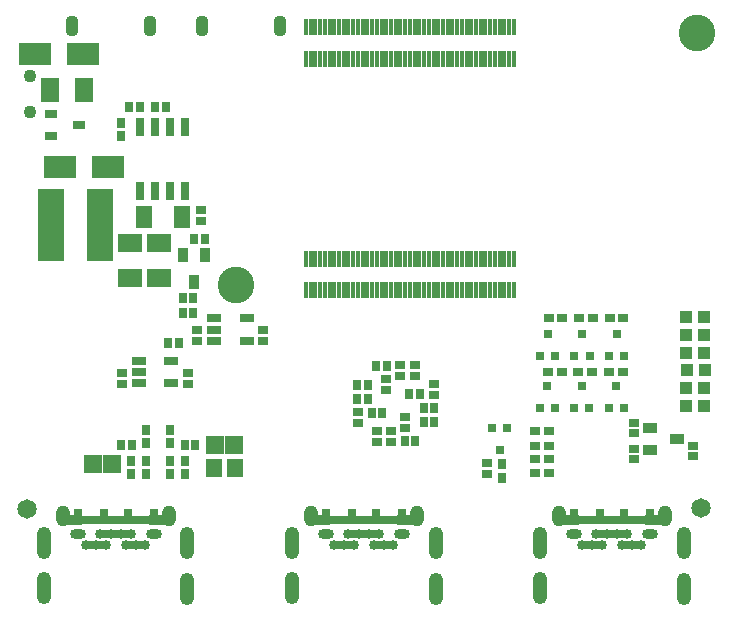
<source format=gbs>
G04*
G04 #@! TF.GenerationSoftware,Altium Limited,Altium Designer,19.0.15 (446)*
G04*
G04 Layer_Color=16711935*
%FSLAX42Y42*%
%MOMM*%
G71*
G01*
G75*
%ADD72R,1.30X0.70*%
%ADD81R,0.80X0.84*%
%ADD82R,0.95X0.80*%
%ADD83R,0.84X0.80*%
%ADD87R,0.80X0.95*%
%ADD109R,0.85X1.15*%
%ADD120R,1.50X1.60*%
%ADD122C,1.65*%
%ADD123C,1.10*%
%ADD124C,0.85*%
%ADD125O,1.35X0.85*%
%ADD126C,0.80*%
%ADD127O,1.20X1.80*%
%ADD128O,1.20X2.76*%
%ADD129O,1.10X1.80*%
%ADD130C,3.10*%
%ADD163R,1.40X0.90*%
%ADD164R,0.75X0.20*%
%ADD165R,2.40X0.70*%
%ADD166R,1.15X0.80*%
%ADD167R,1.00X1.00*%
%ADD168R,1.35X1.90*%
%ADD169R,2.00X1.50*%
%ADD170R,2.20X6.20*%
%ADD171R,0.80X1.65*%
%ADD172R,2.70X1.90*%
%ADD173R,1.50X2.00*%
%ADD174R,1.10X0.80*%
%ADD175R,0.80X0.75*%
%ADD176R,1.15X0.85*%
%ADD177R,0.70X0.50*%
%ADD178R,0.55X0.80*%
%ADD179R,1.35X1.55*%
%ADD180R,0.40X1.34*%
D72*
X735Y-4515D02*
D03*
X1065D02*
D03*
X3165D02*
D03*
X2835D02*
D03*
X5265D02*
D03*
X4935D02*
D03*
D81*
X1434Y-2810D02*
D03*
X1346D02*
D03*
X1554Y-2431D02*
D03*
X1466D02*
D03*
X1554Y-2550D02*
D03*
X1466D02*
D03*
X1654Y-1930D02*
D03*
X1566D02*
D03*
X1324Y-810D02*
D03*
X1236D02*
D03*
X1016D02*
D03*
X1104D02*
D03*
X3034Y-3160D02*
D03*
X2946D02*
D03*
X3194Y-3000D02*
D03*
X3106D02*
D03*
X3346Y-3640D02*
D03*
X3434D02*
D03*
X3506Y-3360D02*
D03*
X3594D02*
D03*
X3034Y-3280D02*
D03*
X2946D02*
D03*
X3594Y-3480D02*
D03*
X3506D02*
D03*
X3154Y-3400D02*
D03*
X3066D02*
D03*
X3474Y-3240D02*
D03*
X3386D02*
D03*
X946Y-3670D02*
D03*
X1034D02*
D03*
X1486D02*
D03*
X1574D02*
D03*
D82*
X5197Y-2599D02*
D03*
X5083D02*
D03*
X4938D02*
D03*
X4822D02*
D03*
X4680D02*
D03*
X4565D02*
D03*
X4675Y-3050D02*
D03*
X4560D02*
D03*
X4933D02*
D03*
X4817D02*
D03*
X5195D02*
D03*
X5080D02*
D03*
X4450Y-3556D02*
D03*
X4565D02*
D03*
X4567Y-3907D02*
D03*
X4453D02*
D03*
X4567Y-3676D02*
D03*
X4453D02*
D03*
Y-3790D02*
D03*
X4567D02*
D03*
D83*
X5791Y-3764D02*
D03*
Y-3676D02*
D03*
X953Y-3064D02*
D03*
Y-3152D02*
D03*
X1513Y-3064D02*
D03*
Y-3152D02*
D03*
X1590Y-2789D02*
D03*
Y-2701D02*
D03*
X2150Y-2789D02*
D03*
Y-2701D02*
D03*
X1620Y-1686D02*
D03*
Y-1774D02*
D03*
X2950Y-3396D02*
D03*
Y-3484D02*
D03*
X3430Y-3084D02*
D03*
Y-2996D02*
D03*
X3110Y-3556D02*
D03*
Y-3644D02*
D03*
X5290Y-3574D02*
D03*
Y-3486D02*
D03*
Y-3794D02*
D03*
Y-3706D02*
D03*
X4040Y-3914D02*
D03*
Y-3826D02*
D03*
X3590Y-3156D02*
D03*
Y-3244D02*
D03*
X3230Y-3556D02*
D03*
Y-3644D02*
D03*
X3310Y-3084D02*
D03*
Y-2996D02*
D03*
X3350Y-3436D02*
D03*
Y-3524D02*
D03*
X3190Y-3204D02*
D03*
Y-3116D02*
D03*
D87*
X940Y-943D02*
D03*
Y-1057D02*
D03*
X4170Y-3833D02*
D03*
Y-3947D02*
D03*
X1030Y-3917D02*
D03*
Y-3803D02*
D03*
X1160Y-3658D02*
D03*
Y-3542D02*
D03*
Y-3803D02*
D03*
Y-3917D02*
D03*
X1490D02*
D03*
Y-3803D02*
D03*
X1360Y-3658D02*
D03*
Y-3542D02*
D03*
Y-3917D02*
D03*
Y-3803D02*
D03*
D109*
X1465Y-2065D02*
D03*
X1655D02*
D03*
X1560Y-2295D02*
D03*
D120*
X710Y-3830D02*
D03*
X870D02*
D03*
X1900Y-3670D02*
D03*
X1740D02*
D03*
D122*
X5851Y-4208D02*
D03*
X150Y-4210D02*
D03*
D123*
X170Y-850D02*
D03*
Y-550D02*
D03*
D124*
X730Y-4514D02*
D03*
X650D02*
D03*
X815D02*
D03*
X860Y-4424D02*
D03*
X770D02*
D03*
X1030D02*
D03*
X940D02*
D03*
X985Y-4514D02*
D03*
X1150D02*
D03*
X1070D02*
D03*
X3170D02*
D03*
X3250D02*
D03*
X3085D02*
D03*
X3040Y-4424D02*
D03*
X3130D02*
D03*
X2870D02*
D03*
X2960D02*
D03*
X2915Y-4514D02*
D03*
X2750D02*
D03*
X2830D02*
D03*
X5270D02*
D03*
X5350D02*
D03*
X5185D02*
D03*
X5140Y-4424D02*
D03*
X5230D02*
D03*
X4970D02*
D03*
X5060D02*
D03*
X5015Y-4514D02*
D03*
X4850D02*
D03*
X4930D02*
D03*
D125*
X1220Y-4424D02*
D03*
X580D02*
D03*
X2680D02*
D03*
X3320D02*
D03*
X4780D02*
D03*
X5420D02*
D03*
D126*
X555Y-4310D02*
D03*
X1245D02*
D03*
X3345D02*
D03*
X2655D02*
D03*
X5445D02*
D03*
X4755D02*
D03*
D127*
X453Y-4270D02*
D03*
X1348D02*
D03*
X3447D02*
D03*
X2552D02*
D03*
X5547D02*
D03*
X4652D02*
D03*
D128*
X1507Y-4504D02*
D03*
X292D02*
D03*
X1507Y-4890D02*
D03*
X292Y-4880D02*
D03*
X2392D02*
D03*
X3607Y-4890D02*
D03*
X2392Y-4504D02*
D03*
X3607D02*
D03*
X4492Y-4880D02*
D03*
X5707Y-4890D02*
D03*
X4492Y-4504D02*
D03*
X5707D02*
D03*
D129*
X530Y-123D02*
D03*
X1190D02*
D03*
X2290Y-125D02*
D03*
X1630D02*
D03*
D130*
X1921Y-2317D02*
D03*
X5823Y-181D02*
D03*
D163*
X550Y-4305D02*
D03*
X1250D02*
D03*
X3350D02*
D03*
X2650D02*
D03*
X5450D02*
D03*
X4750D02*
D03*
D164*
X800Y-4270D02*
D03*
X1000D02*
D03*
X3100D02*
D03*
X2900D02*
D03*
X5200D02*
D03*
X5000D02*
D03*
D165*
X900Y-4425D02*
D03*
X3000D02*
D03*
X5100D02*
D03*
D166*
X1095Y-3149D02*
D03*
Y-3054D02*
D03*
Y-2959D02*
D03*
X1370D02*
D03*
Y-3149D02*
D03*
X1732Y-2790D02*
D03*
Y-2695D02*
D03*
Y-2600D02*
D03*
X2007D02*
D03*
Y-2790D02*
D03*
D167*
X5885Y-3040D02*
D03*
X5735D02*
D03*
X5881Y-2590D02*
D03*
X5731D02*
D03*
X5731Y-2740D02*
D03*
X5881D02*
D03*
X5731Y-2890D02*
D03*
X5881D02*
D03*
X5881Y-3340D02*
D03*
X5731D02*
D03*
Y-3190D02*
D03*
X5881D02*
D03*
D168*
X1143Y-1740D02*
D03*
X1457D02*
D03*
D169*
X1018Y-2255D02*
D03*
Y-1965D02*
D03*
X1268Y-2255D02*
D03*
Y-1965D02*
D03*
D170*
X770Y-1810D02*
D03*
X350D02*
D03*
D171*
X1106Y-975D02*
D03*
X1233D02*
D03*
X1360D02*
D03*
X1487D02*
D03*
X1106Y-1520D02*
D03*
X1233D02*
D03*
X1360D02*
D03*
X1487D02*
D03*
D172*
X830Y-1320D02*
D03*
X430D02*
D03*
X620Y-360D02*
D03*
X220D02*
D03*
D173*
X629Y-670D02*
D03*
X339D02*
D03*
D174*
X355Y-1055D02*
D03*
Y-865D02*
D03*
X585Y-960D02*
D03*
D175*
X4150Y-3712D02*
D03*
X4215Y-3528D02*
D03*
X4085D02*
D03*
X4845Y-3169D02*
D03*
X4780Y-3354D02*
D03*
X4910D02*
D03*
X5137Y-3169D02*
D03*
X5072Y-3354D02*
D03*
X5202D02*
D03*
X4553Y-3170D02*
D03*
X4488Y-3355D02*
D03*
X4618D02*
D03*
X4556Y-2735D02*
D03*
X4491Y-2920D02*
D03*
X4621D02*
D03*
X5140Y-2735D02*
D03*
X5075Y-2920D02*
D03*
X5205D02*
D03*
X4848Y-2735D02*
D03*
X4783Y-2920D02*
D03*
X4913D02*
D03*
D176*
X5655Y-3620D02*
D03*
X5425Y-3525D02*
D03*
Y-3715D02*
D03*
D177*
X800Y-4241D02*
D03*
X580D02*
D03*
X1220D02*
D03*
X1000D02*
D03*
X3100D02*
D03*
X3320D02*
D03*
X2680D02*
D03*
X2900D02*
D03*
X5200D02*
D03*
X5420D02*
D03*
X4780D02*
D03*
X5000D02*
D03*
D178*
X1175Y-4310D02*
D03*
X1125D02*
D03*
X1075D02*
D03*
X1025D02*
D03*
X975D02*
D03*
X625D02*
D03*
X675D02*
D03*
X725D02*
D03*
X775D02*
D03*
X825D02*
D03*
X875D02*
D03*
X925D02*
D03*
X3025D02*
D03*
X2975D02*
D03*
X2925D02*
D03*
X2875D02*
D03*
X2825D02*
D03*
X2775D02*
D03*
X2725D02*
D03*
X3075D02*
D03*
X3125D02*
D03*
X3175D02*
D03*
X3225D02*
D03*
X3275D02*
D03*
X5125D02*
D03*
X5075D02*
D03*
X5025D02*
D03*
X4975D02*
D03*
X4925D02*
D03*
X4875D02*
D03*
X4825D02*
D03*
X5175D02*
D03*
X5225D02*
D03*
X5275D02*
D03*
X5325D02*
D03*
X5375D02*
D03*
D179*
X1733Y-3870D02*
D03*
X1908D02*
D03*
D180*
X2510Y-136D02*
D03*
Y-400D02*
D03*
X2550Y-136D02*
D03*
Y-400D02*
D03*
X2590Y-136D02*
D03*
Y-400D02*
D03*
X2630Y-136D02*
D03*
Y-400D02*
D03*
X2670Y-136D02*
D03*
Y-400D02*
D03*
X2710Y-136D02*
D03*
Y-400D02*
D03*
X2750Y-136D02*
D03*
Y-400D02*
D03*
X2790Y-136D02*
D03*
Y-400D02*
D03*
X2830Y-136D02*
D03*
Y-400D02*
D03*
X2870Y-136D02*
D03*
Y-400D02*
D03*
X2910Y-136D02*
D03*
Y-400D02*
D03*
X2950Y-136D02*
D03*
Y-400D02*
D03*
X2990Y-136D02*
D03*
Y-400D02*
D03*
X3030Y-136D02*
D03*
Y-400D02*
D03*
X3070Y-136D02*
D03*
Y-400D02*
D03*
X3110Y-136D02*
D03*
Y-400D02*
D03*
X3150Y-136D02*
D03*
Y-400D02*
D03*
X3190Y-136D02*
D03*
Y-400D02*
D03*
X3230Y-136D02*
D03*
Y-400D02*
D03*
X3270Y-136D02*
D03*
Y-400D02*
D03*
X3310Y-136D02*
D03*
Y-400D02*
D03*
X3350Y-136D02*
D03*
Y-400D02*
D03*
X3390Y-136D02*
D03*
Y-400D02*
D03*
X3430Y-136D02*
D03*
Y-400D02*
D03*
X3470Y-136D02*
D03*
Y-400D02*
D03*
X3510Y-136D02*
D03*
Y-400D02*
D03*
X3550Y-136D02*
D03*
Y-400D02*
D03*
X3590Y-136D02*
D03*
Y-400D02*
D03*
X3630Y-136D02*
D03*
Y-400D02*
D03*
X3670Y-136D02*
D03*
Y-400D02*
D03*
X3710Y-136D02*
D03*
Y-400D02*
D03*
X3750Y-136D02*
D03*
Y-400D02*
D03*
X3790Y-136D02*
D03*
Y-400D02*
D03*
X3830Y-136D02*
D03*
Y-400D02*
D03*
X3870Y-136D02*
D03*
Y-400D02*
D03*
X3910Y-136D02*
D03*
Y-400D02*
D03*
X3950Y-136D02*
D03*
Y-400D02*
D03*
X3990Y-136D02*
D03*
Y-400D02*
D03*
X4030Y-136D02*
D03*
Y-400D02*
D03*
X4070Y-136D02*
D03*
Y-400D02*
D03*
X4110Y-136D02*
D03*
Y-400D02*
D03*
X4150Y-136D02*
D03*
Y-400D02*
D03*
X4190Y-136D02*
D03*
Y-400D02*
D03*
X4230Y-136D02*
D03*
Y-400D02*
D03*
X4270Y-136D02*
D03*
Y-400D02*
D03*
Y-2360D02*
D03*
Y-2096D02*
D03*
X4230Y-2360D02*
D03*
Y-2096D02*
D03*
X4190Y-2360D02*
D03*
Y-2096D02*
D03*
X4150Y-2360D02*
D03*
Y-2096D02*
D03*
X4110Y-2360D02*
D03*
Y-2096D02*
D03*
X4070Y-2360D02*
D03*
Y-2096D02*
D03*
X4030Y-2360D02*
D03*
Y-2096D02*
D03*
X3990Y-2360D02*
D03*
Y-2096D02*
D03*
X3950Y-2360D02*
D03*
Y-2096D02*
D03*
X3910Y-2360D02*
D03*
Y-2096D02*
D03*
X3870Y-2360D02*
D03*
Y-2096D02*
D03*
X3830Y-2360D02*
D03*
Y-2096D02*
D03*
X3790Y-2360D02*
D03*
Y-2096D02*
D03*
X3750Y-2360D02*
D03*
Y-2096D02*
D03*
X3710Y-2360D02*
D03*
Y-2096D02*
D03*
X3670Y-2360D02*
D03*
Y-2096D02*
D03*
X3630Y-2360D02*
D03*
Y-2096D02*
D03*
X3590Y-2360D02*
D03*
Y-2096D02*
D03*
X3550Y-2360D02*
D03*
Y-2096D02*
D03*
X3510Y-2360D02*
D03*
Y-2096D02*
D03*
X3470Y-2360D02*
D03*
Y-2096D02*
D03*
X3430Y-2360D02*
D03*
Y-2096D02*
D03*
X3390Y-2360D02*
D03*
Y-2096D02*
D03*
X3350Y-2360D02*
D03*
Y-2096D02*
D03*
X3310Y-2360D02*
D03*
Y-2096D02*
D03*
X3270Y-2360D02*
D03*
Y-2096D02*
D03*
X3230Y-2360D02*
D03*
Y-2096D02*
D03*
X3190Y-2360D02*
D03*
Y-2096D02*
D03*
X3150Y-2360D02*
D03*
Y-2096D02*
D03*
X3110Y-2360D02*
D03*
Y-2096D02*
D03*
X3070Y-2360D02*
D03*
Y-2096D02*
D03*
X3030Y-2360D02*
D03*
Y-2096D02*
D03*
X2990Y-2360D02*
D03*
Y-2096D02*
D03*
X2950Y-2360D02*
D03*
Y-2096D02*
D03*
X2910Y-2360D02*
D03*
Y-2096D02*
D03*
X2870Y-2360D02*
D03*
Y-2096D02*
D03*
X2830Y-2360D02*
D03*
Y-2096D02*
D03*
X2790Y-2360D02*
D03*
Y-2096D02*
D03*
X2750Y-2360D02*
D03*
Y-2096D02*
D03*
X2710Y-2360D02*
D03*
Y-2096D02*
D03*
X2670Y-2360D02*
D03*
Y-2096D02*
D03*
X2630Y-2360D02*
D03*
Y-2096D02*
D03*
X2590Y-2360D02*
D03*
Y-2096D02*
D03*
X2550Y-2360D02*
D03*
Y-2096D02*
D03*
X2510Y-2360D02*
D03*
Y-2096D02*
D03*
M02*

</source>
